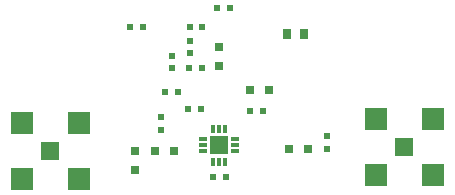
<source format=gtp>
G04 Layer_Color=8421504*
%FSLAX25Y25*%
%MOIN*%
G70*
G01*
G75*
%ADD10R,0.02756X0.01181*%
%ADD11R,0.01181X0.02756*%
%ADD12R,0.06299X0.06299*%
%ADD13R,0.06181X0.06181*%
%ADD14R,0.07717X0.07717*%
%ADD15R,0.02165X0.02362*%
%ADD16R,0.02362X0.02165*%
%ADD17R,0.03150X0.03347*%
%ADD18R,0.02362X0.02362*%
%ADD19R,0.02362X0.02362*%
%ADD20R,0.03150X0.03150*%
%ADD21R,0.03150X0.03150*%
D10*
X216000Y203969D02*
D03*
Y201969D02*
D03*
Y199969D02*
D03*
X226827D02*
D03*
Y201969D02*
D03*
Y203969D02*
D03*
D11*
X219413Y196555D02*
D03*
X221413D02*
D03*
X223413D02*
D03*
Y207382D02*
D03*
X221413D02*
D03*
X219413D02*
D03*
D12*
X221413Y201969D02*
D03*
D13*
X165200Y200200D02*
D03*
X283200Y201300D02*
D03*
D14*
X155850Y190850D02*
D03*
Y209550D02*
D03*
X174550D02*
D03*
Y190850D02*
D03*
X273850Y191950D02*
D03*
Y210650D02*
D03*
X292550D02*
D03*
Y191950D02*
D03*
D15*
X211535Y227700D02*
D03*
X215865D02*
D03*
X215265Y214100D02*
D03*
X210935D02*
D03*
X207579Y219800D02*
D03*
X203249D02*
D03*
X191735Y241300D02*
D03*
X196065D02*
D03*
X220835Y247700D02*
D03*
X225165D02*
D03*
X223865Y191300D02*
D03*
X219535D02*
D03*
X236031Y213500D02*
D03*
X231700D02*
D03*
D16*
X202200Y211565D02*
D03*
Y207235D02*
D03*
X257500Y200935D02*
D03*
Y205265D02*
D03*
D17*
X249656Y239000D02*
D03*
X244144D02*
D03*
D18*
X215568Y241300D02*
D03*
X211631D02*
D03*
D19*
X205700Y231737D02*
D03*
Y227800D02*
D03*
X211600Y232900D02*
D03*
Y236837D02*
D03*
D20*
X193500Y200051D02*
D03*
Y193752D02*
D03*
X221413Y234725D02*
D03*
Y228426D02*
D03*
D21*
X200126Y200000D02*
D03*
X206425D02*
D03*
X231675Y220300D02*
D03*
X237974D02*
D03*
X251025Y200932D02*
D03*
X244726D02*
D03*
M02*

</source>
